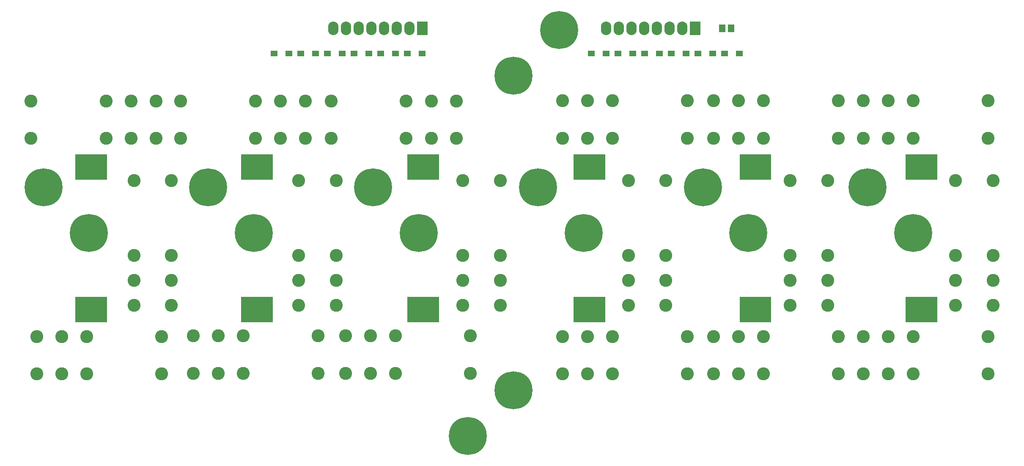
<source format=gbs>
G04 #@! TF.GenerationSoftware,KiCad,Pcbnew,(5.1.10)-1*
G04 #@! TF.CreationDate,2023-09-11T23:26:28+08:00*
G04 #@! TF.ProjectId,AntennaSwitch_6x2_RelayBoard,416e7465-6e6e-4615-9377-697463685f36,rev?*
G04 #@! TF.SameCoordinates,Original*
G04 #@! TF.FileFunction,Soldermask,Bot*
G04 #@! TF.FilePolarity,Negative*
%FSLAX46Y46*%
G04 Gerber Fmt 4.6, Leading zero omitted, Abs format (unit mm)*
G04 Created by KiCad (PCBNEW (5.1.10)-1) date 2023-09-11 23:26:28*
%MOMM*%
%LPD*%
G01*
G04 APERTURE LIST*
%ADD10C,0.100000*%
%ADD11C,2.602000*%
%ADD12O,2.102000X2.702000*%
%ADD13C,0.902000*%
%ADD14C,7.602000*%
G04 APERTURE END LIST*
D10*
G36*
X68500000Y-84250000D02*
G01*
X62250000Y-84250000D01*
X62250000Y-79250000D01*
X68500000Y-79250000D01*
X68500000Y-84250000D01*
G37*
X68500000Y-84250000D02*
X62250000Y-84250000D01*
X62250000Y-79250000D01*
X68500000Y-79250000D01*
X68500000Y-84250000D01*
G36*
X101750000Y-84249999D02*
G01*
X95500000Y-84250000D01*
X95500000Y-79250000D01*
X101750001Y-79250000D01*
X101750000Y-84249999D01*
G37*
X101750000Y-84249999D02*
X95500000Y-84250000D01*
X95500000Y-79250000D01*
X101750001Y-79250000D01*
X101750000Y-84249999D01*
G36*
X135000000Y-84250000D02*
G01*
X128750000Y-84250000D01*
X128750000Y-79250000D01*
X135000000Y-79250000D01*
X135000000Y-84250000D01*
G37*
X135000000Y-84250000D02*
X128750000Y-84250000D01*
X128750000Y-79250000D01*
X135000000Y-79250000D01*
X135000000Y-84250000D01*
G36*
X168250000Y-79250001D02*
G01*
X168250000Y-84249999D01*
X162000000Y-84250000D01*
X162000000Y-79250000D01*
X168250000Y-79250001D01*
G37*
X168250000Y-79250001D02*
X168250000Y-84249999D01*
X162000000Y-84250000D01*
X162000000Y-79250000D01*
X168250000Y-79250001D01*
G36*
X201500000Y-84250000D02*
G01*
X195250001Y-84250000D01*
X195250001Y-79250000D01*
X201500000Y-79250000D01*
X201500000Y-84250000D01*
G37*
X201500000Y-84250000D02*
X195250001Y-84250000D01*
X195250001Y-79250000D01*
X201500000Y-79250000D01*
X201500000Y-84250000D01*
G36*
X68500000Y-112750000D02*
G01*
X62250000Y-112750000D01*
X62250000Y-107750000D01*
X68500000Y-107750000D01*
X68500000Y-112750000D01*
G37*
X68500000Y-112750000D02*
X62250000Y-112750000D01*
X62250000Y-107750000D01*
X68500000Y-107750000D01*
X68500000Y-112750000D01*
G36*
X101750000Y-112750000D02*
G01*
X95500000Y-112750000D01*
X95500000Y-107750000D01*
X101750000Y-107750000D01*
X101750000Y-112750000D01*
G37*
X101750000Y-112750000D02*
X95500000Y-112750000D01*
X95500000Y-107750000D01*
X101750000Y-107750000D01*
X101750000Y-112750000D01*
G36*
X135000000Y-112750000D02*
G01*
X128750000Y-112750000D01*
X128750000Y-107750000D01*
X135000000Y-107750000D01*
X135000000Y-112750000D01*
G37*
X135000000Y-112750000D02*
X128750000Y-112750000D01*
X128750000Y-107750000D01*
X135000000Y-107750000D01*
X135000000Y-112750000D01*
G36*
X168250000Y-112750000D02*
G01*
X162000000Y-112750000D01*
X162000000Y-107750000D01*
X168250000Y-107750000D01*
X168250000Y-112750000D01*
G37*
X168250000Y-112750000D02*
X162000000Y-112750000D01*
X162000000Y-107750000D01*
X168250000Y-107750000D01*
X168250000Y-112750000D01*
G36*
X201500000Y-112750000D02*
G01*
X195250000Y-112750000D01*
X195250000Y-107750000D01*
X201500000Y-107750000D01*
X201500000Y-112750000D01*
G37*
X201500000Y-112750000D02*
X195250000Y-112750000D01*
X195250000Y-107750000D01*
X201500000Y-107750000D01*
X201500000Y-112750000D01*
G36*
X234750000Y-84249999D02*
G01*
X228500000Y-84250000D01*
X228500000Y-79250000D01*
X234749999Y-79250000D01*
X234750000Y-84249999D01*
G37*
X234750000Y-84249999D02*
X228500000Y-84250000D01*
X228500000Y-79250000D01*
X234749999Y-79250000D01*
X234750000Y-84249999D01*
G36*
X68500000Y-112750000D02*
G01*
X62250000Y-112750000D01*
X62250000Y-107750000D01*
X68500000Y-107750000D01*
X68500000Y-112750000D01*
G37*
X68500000Y-112750000D02*
X62250000Y-112750000D01*
X62250000Y-107750000D01*
X68500000Y-107750000D01*
X68500000Y-112750000D01*
G36*
X101750000Y-112750000D02*
G01*
X95500000Y-112750000D01*
X95500000Y-107750000D01*
X101750000Y-107750000D01*
X101750000Y-112750000D01*
G37*
X101750000Y-112750000D02*
X95500000Y-112750000D01*
X95500000Y-107750000D01*
X101750000Y-107750000D01*
X101750000Y-112750000D01*
G36*
X135000000Y-112750000D02*
G01*
X128750000Y-112750000D01*
X128750000Y-107750000D01*
X135000000Y-107750000D01*
X135000000Y-112750000D01*
G37*
X135000000Y-112750000D02*
X128750000Y-112750000D01*
X128750000Y-107750000D01*
X135000000Y-107750000D01*
X135000000Y-112750000D01*
G36*
X168250000Y-112750000D02*
G01*
X162000000Y-112750000D01*
X162000000Y-107750000D01*
X168250000Y-107750000D01*
X168250000Y-112750000D01*
G37*
X168250000Y-112750000D02*
X162000000Y-112750000D01*
X162000000Y-107750000D01*
X168250000Y-107750000D01*
X168250000Y-112750000D01*
G36*
X201500000Y-112750000D02*
G01*
X195250000Y-112750000D01*
X195250000Y-107750000D01*
X201500000Y-107750000D01*
X201500000Y-112750000D01*
G37*
X201500000Y-112750000D02*
X195250000Y-112750000D01*
X195250000Y-107750000D01*
X201500000Y-107750000D01*
X201500000Y-112750000D01*
G36*
X234750000Y-112750000D02*
G01*
X228500000Y-112750000D01*
X228500000Y-107750000D01*
X234750000Y-107750000D01*
X234750000Y-112750000D01*
G37*
X234750000Y-112750000D02*
X228500000Y-112750000D01*
X228500000Y-107750000D01*
X234750000Y-107750000D01*
X234750000Y-112750000D01*
G36*
X68500000Y-84250000D02*
G01*
X62250000Y-84250000D01*
X62250000Y-79250000D01*
X68500000Y-79250000D01*
X68500000Y-84250000D01*
G37*
X68500000Y-84250000D02*
X62250000Y-84250000D01*
X62250000Y-79250000D01*
X68500000Y-79250000D01*
X68500000Y-84250000D01*
G36*
X101750000Y-84249999D02*
G01*
X95500000Y-84250000D01*
X95500000Y-79250000D01*
X101750001Y-79250000D01*
X101750000Y-84249999D01*
G37*
X101750000Y-84249999D02*
X95500000Y-84250000D01*
X95500000Y-79250000D01*
X101750001Y-79250000D01*
X101750000Y-84249999D01*
G36*
X135000000Y-84250000D02*
G01*
X128750000Y-84250000D01*
X128750000Y-79250000D01*
X135000000Y-79250000D01*
X135000000Y-84250000D01*
G37*
X135000000Y-84250000D02*
X128750000Y-84250000D01*
X128750000Y-79250000D01*
X135000000Y-79250000D01*
X135000000Y-84250000D01*
G36*
X168250000Y-79250001D02*
G01*
X168250000Y-84249999D01*
X162000000Y-84250000D01*
X162000000Y-79250000D01*
X168250000Y-79250001D01*
G37*
X168250000Y-79250001D02*
X168250000Y-84249999D01*
X162000000Y-84250000D01*
X162000000Y-79250000D01*
X168250000Y-79250001D01*
G36*
X201500000Y-84250000D02*
G01*
X195250001Y-84250000D01*
X195250001Y-79250000D01*
X201500000Y-79250000D01*
X201500000Y-84250000D01*
G37*
X201500000Y-84250000D02*
X195250001Y-84250000D01*
X195250001Y-79250000D01*
X201500000Y-79250000D01*
X201500000Y-84250000D01*
G36*
X68500000Y-112750000D02*
G01*
X62250000Y-112750000D01*
X62250000Y-107750000D01*
X68500000Y-107750000D01*
X68500000Y-112750000D01*
G37*
X68500000Y-112750000D02*
X62250000Y-112750000D01*
X62250000Y-107750000D01*
X68500000Y-107750000D01*
X68500000Y-112750000D01*
G36*
X101750000Y-112750000D02*
G01*
X95500000Y-112750000D01*
X95500000Y-107750000D01*
X101750000Y-107750000D01*
X101750000Y-112750000D01*
G37*
X101750000Y-112750000D02*
X95500000Y-112750000D01*
X95500000Y-107750000D01*
X101750000Y-107750000D01*
X101750000Y-112750000D01*
G36*
X135000000Y-112750000D02*
G01*
X128750000Y-112750000D01*
X128750000Y-107750000D01*
X135000000Y-107750000D01*
X135000000Y-112750000D01*
G37*
X135000000Y-112750000D02*
X128750000Y-112750000D01*
X128750000Y-107750000D01*
X135000000Y-107750000D01*
X135000000Y-112750000D01*
G36*
X168250000Y-112750000D02*
G01*
X162000000Y-112750000D01*
X162000000Y-107750000D01*
X168250000Y-107750000D01*
X168250000Y-112750000D01*
G37*
X168250000Y-112750000D02*
X162000000Y-112750000D01*
X162000000Y-107750000D01*
X168250000Y-107750000D01*
X168250000Y-112750000D01*
G36*
X201500000Y-112750000D02*
G01*
X195250000Y-112750000D01*
X195250000Y-107750000D01*
X201500000Y-107750000D01*
X201500000Y-112750000D01*
G37*
X201500000Y-112750000D02*
X195250000Y-112750000D01*
X195250000Y-107750000D01*
X201500000Y-107750000D01*
X201500000Y-112750000D01*
G36*
X234750000Y-84249999D02*
G01*
X228500000Y-84250000D01*
X228500000Y-79250000D01*
X234749999Y-79250000D01*
X234750000Y-84249999D01*
G37*
X234750000Y-84249999D02*
X228500000Y-84250000D01*
X228500000Y-79250000D01*
X234749999Y-79250000D01*
X234750000Y-84249999D01*
G36*
X68500000Y-112750000D02*
G01*
X62250000Y-112750000D01*
X62250000Y-107750000D01*
X68500000Y-107750000D01*
X68500000Y-112750000D01*
G37*
X68500000Y-112750000D02*
X62250000Y-112750000D01*
X62250000Y-107750000D01*
X68500000Y-107750000D01*
X68500000Y-112750000D01*
G36*
X101750000Y-112750000D02*
G01*
X95500000Y-112750000D01*
X95500000Y-107750000D01*
X101750000Y-107750000D01*
X101750000Y-112750000D01*
G37*
X101750000Y-112750000D02*
X95500000Y-112750000D01*
X95500000Y-107750000D01*
X101750000Y-107750000D01*
X101750000Y-112750000D01*
G36*
X135000000Y-112750000D02*
G01*
X128750000Y-112750000D01*
X128750000Y-107750000D01*
X135000000Y-107750000D01*
X135000000Y-112750000D01*
G37*
X135000000Y-112750000D02*
X128750000Y-112750000D01*
X128750000Y-107750000D01*
X135000000Y-107750000D01*
X135000000Y-112750000D01*
G36*
X168250000Y-112750000D02*
G01*
X162000000Y-112750000D01*
X162000000Y-107750000D01*
X168250000Y-107750000D01*
X168250000Y-112750000D01*
G37*
X168250000Y-112750000D02*
X162000000Y-112750000D01*
X162000000Y-107750000D01*
X168250000Y-107750000D01*
X168250000Y-112750000D01*
G36*
X201500000Y-112750000D02*
G01*
X195250000Y-112750000D01*
X195250000Y-107750000D01*
X201500000Y-107750000D01*
X201500000Y-112750000D01*
G37*
X201500000Y-112750000D02*
X195250000Y-112750000D01*
X195250000Y-107750000D01*
X201500000Y-107750000D01*
X201500000Y-112750000D01*
G36*
X234750000Y-112750000D02*
G01*
X228500000Y-112750000D01*
X228500000Y-107750000D01*
X234750000Y-107750000D01*
X234750000Y-112750000D01*
G37*
X234750000Y-112750000D02*
X228500000Y-112750000D01*
X228500000Y-107750000D01*
X234750000Y-107750000D01*
X234750000Y-112750000D01*
G36*
G01*
X192880500Y-54735000D02*
X192880500Y-53265000D01*
G75*
G02*
X192931500Y-53214000I51000J0D01*
G01*
X194091500Y-53214000D01*
G75*
G02*
X194142500Y-53265000I0J-51000D01*
G01*
X194142500Y-54735000D01*
G75*
G02*
X194091500Y-54786000I-51000J0D01*
G01*
X192931500Y-54786000D01*
G75*
G02*
X192880500Y-54735000I0J51000D01*
G01*
G37*
G36*
G01*
X191100500Y-54735000D02*
X191100500Y-53265000D01*
G75*
G02*
X191151500Y-53214000I51000J0D01*
G01*
X192311500Y-53214000D01*
G75*
G02*
X192362500Y-53265000I0J-51000D01*
G01*
X192362500Y-54735000D01*
G75*
G02*
X192311500Y-54786000I-51000J0D01*
G01*
X191151500Y-54786000D01*
G75*
G02*
X191100500Y-54735000I0J51000D01*
G01*
G37*
G36*
G01*
X104330000Y-59563000D02*
X104330000Y-58563000D01*
G75*
G02*
X104381000Y-58512000I51000J0D01*
G01*
X105631000Y-58512000D01*
G75*
G02*
X105682000Y-58563000I0J-51000D01*
G01*
X105682000Y-59563000D01*
G75*
G02*
X105631000Y-59614000I-51000J0D01*
G01*
X104381000Y-59614000D01*
G75*
G02*
X104330000Y-59563000I0J51000D01*
G01*
G37*
G36*
G01*
X101380000Y-59563000D02*
X101380000Y-58563000D01*
G75*
G02*
X101431000Y-58512000I51000J0D01*
G01*
X102681000Y-58512000D01*
G75*
G02*
X102732000Y-58563000I0J-51000D01*
G01*
X102732000Y-59563000D01*
G75*
G02*
X102681000Y-59614000I-51000J0D01*
G01*
X101431000Y-59614000D01*
G75*
G02*
X101380000Y-59563000I0J51000D01*
G01*
G37*
G36*
G01*
X109664000Y-59563000D02*
X109664000Y-58563000D01*
G75*
G02*
X109715000Y-58512000I51000J0D01*
G01*
X110965000Y-58512000D01*
G75*
G02*
X111016000Y-58563000I0J-51000D01*
G01*
X111016000Y-59563000D01*
G75*
G02*
X110965000Y-59614000I-51000J0D01*
G01*
X109715000Y-59614000D01*
G75*
G02*
X109664000Y-59563000I0J51000D01*
G01*
G37*
G36*
G01*
X106714000Y-59563000D02*
X106714000Y-58563000D01*
G75*
G02*
X106765000Y-58512000I51000J0D01*
G01*
X108015000Y-58512000D01*
G75*
G02*
X108066000Y-58563000I0J-51000D01*
G01*
X108066000Y-59563000D01*
G75*
G02*
X108015000Y-59614000I-51000J0D01*
G01*
X106765000Y-59614000D01*
G75*
G02*
X106714000Y-59563000I0J51000D01*
G01*
G37*
G36*
G01*
X114997999Y-59563000D02*
X114997999Y-58563000D01*
G75*
G02*
X115048999Y-58512000I51000J0D01*
G01*
X116298999Y-58512000D01*
G75*
G02*
X116349999Y-58563000I0J-51000D01*
G01*
X116349999Y-59563000D01*
G75*
G02*
X116298999Y-59614000I-51000J0D01*
G01*
X115048999Y-59614000D01*
G75*
G02*
X114997999Y-59563000I0J51000D01*
G01*
G37*
G36*
G01*
X112047999Y-59563000D02*
X112047999Y-58563000D01*
G75*
G02*
X112098999Y-58512000I51000J0D01*
G01*
X113348999Y-58512000D01*
G75*
G02*
X113399999Y-58563000I0J-51000D01*
G01*
X113399999Y-59563000D01*
G75*
G02*
X113348999Y-59614000I-51000J0D01*
G01*
X112098999Y-59614000D01*
G75*
G02*
X112047999Y-59563000I0J51000D01*
G01*
G37*
G36*
G01*
X120332000Y-59563000D02*
X120332000Y-58563000D01*
G75*
G02*
X120383000Y-58512000I51000J0D01*
G01*
X121633000Y-58512000D01*
G75*
G02*
X121684000Y-58563000I0J-51000D01*
G01*
X121684000Y-59563000D01*
G75*
G02*
X121633000Y-59614000I-51000J0D01*
G01*
X120383000Y-59614000D01*
G75*
G02*
X120332000Y-59563000I0J51000D01*
G01*
G37*
G36*
G01*
X117382000Y-59563000D02*
X117382000Y-58563000D01*
G75*
G02*
X117433000Y-58512000I51000J0D01*
G01*
X118683000Y-58512000D01*
G75*
G02*
X118734000Y-58563000I0J-51000D01*
G01*
X118734000Y-59563000D01*
G75*
G02*
X118683000Y-59614000I-51000J0D01*
G01*
X117433000Y-59614000D01*
G75*
G02*
X117382000Y-59563000I0J51000D01*
G01*
G37*
G36*
G01*
X125666000Y-59562999D02*
X125666000Y-58562999D01*
G75*
G02*
X125717000Y-58511999I51000J0D01*
G01*
X126967000Y-58511999D01*
G75*
G02*
X127018000Y-58562999I0J-51000D01*
G01*
X127018000Y-59562999D01*
G75*
G02*
X126967000Y-59613999I-51000J0D01*
G01*
X125717000Y-59613999D01*
G75*
G02*
X125666000Y-59562999I0J51000D01*
G01*
G37*
G36*
G01*
X122716000Y-59562999D02*
X122716000Y-58562999D01*
G75*
G02*
X122767000Y-58511999I51000J0D01*
G01*
X124017000Y-58511999D01*
G75*
G02*
X124068000Y-58562999I0J-51000D01*
G01*
X124068000Y-59562999D01*
G75*
G02*
X124017000Y-59613999I-51000J0D01*
G01*
X122767000Y-59613999D01*
G75*
G02*
X122716000Y-59562999I0J51000D01*
G01*
G37*
G36*
G01*
X131000000Y-59563000D02*
X131000000Y-58563000D01*
G75*
G02*
X131051000Y-58512000I51000J0D01*
G01*
X132301000Y-58512000D01*
G75*
G02*
X132352000Y-58563000I0J-51000D01*
G01*
X132352000Y-59563000D01*
G75*
G02*
X132301000Y-59614000I-51000J0D01*
G01*
X131051000Y-59614000D01*
G75*
G02*
X131000000Y-59563000I0J51000D01*
G01*
G37*
G36*
G01*
X128050000Y-59563000D02*
X128050000Y-58563000D01*
G75*
G02*
X128101000Y-58512000I51000J0D01*
G01*
X129351000Y-58512000D01*
G75*
G02*
X129402000Y-58563000I0J-51000D01*
G01*
X129402000Y-59563000D01*
G75*
G02*
X129351000Y-59614000I-51000J0D01*
G01*
X128101000Y-59614000D01*
G75*
G02*
X128050000Y-59563000I0J51000D01*
G01*
G37*
G36*
G01*
X167830000Y-59563000D02*
X167830000Y-58563000D01*
G75*
G02*
X167881000Y-58512000I51000J0D01*
G01*
X169131000Y-58512000D01*
G75*
G02*
X169182000Y-58563000I0J-51000D01*
G01*
X169182000Y-59563000D01*
G75*
G02*
X169131000Y-59614000I-51000J0D01*
G01*
X167881000Y-59614000D01*
G75*
G02*
X167830000Y-59563000I0J51000D01*
G01*
G37*
G36*
G01*
X164880000Y-59563000D02*
X164880000Y-58563000D01*
G75*
G02*
X164931000Y-58512000I51000J0D01*
G01*
X166181000Y-58512000D01*
G75*
G02*
X166232000Y-58563000I0J-51000D01*
G01*
X166232000Y-59563000D01*
G75*
G02*
X166181000Y-59614000I-51000J0D01*
G01*
X164931000Y-59614000D01*
G75*
G02*
X164880000Y-59563000I0J51000D01*
G01*
G37*
G36*
G01*
X173163999Y-59563000D02*
X173163999Y-58563000D01*
G75*
G02*
X173214999Y-58512000I51000J0D01*
G01*
X174464999Y-58512000D01*
G75*
G02*
X174515999Y-58563000I0J-51000D01*
G01*
X174515999Y-59563000D01*
G75*
G02*
X174464999Y-59614000I-51000J0D01*
G01*
X173214999Y-59614000D01*
G75*
G02*
X173163999Y-59563000I0J51000D01*
G01*
G37*
G36*
G01*
X170213999Y-59563000D02*
X170213999Y-58563000D01*
G75*
G02*
X170264999Y-58512000I51000J0D01*
G01*
X171514999Y-58512000D01*
G75*
G02*
X171565999Y-58563000I0J-51000D01*
G01*
X171565999Y-59563000D01*
G75*
G02*
X171514999Y-59614000I-51000J0D01*
G01*
X170264999Y-59614000D01*
G75*
G02*
X170213999Y-59563000I0J51000D01*
G01*
G37*
G36*
G01*
X178498000Y-59563000D02*
X178498000Y-58563000D01*
G75*
G02*
X178549000Y-58512000I51000J0D01*
G01*
X179799000Y-58512000D01*
G75*
G02*
X179850000Y-58563000I0J-51000D01*
G01*
X179850000Y-59563000D01*
G75*
G02*
X179799000Y-59614000I-51000J0D01*
G01*
X178549000Y-59614000D01*
G75*
G02*
X178498000Y-59563000I0J51000D01*
G01*
G37*
G36*
G01*
X175548000Y-59563000D02*
X175548000Y-58563000D01*
G75*
G02*
X175599000Y-58512000I51000J0D01*
G01*
X176849000Y-58512000D01*
G75*
G02*
X176900000Y-58563000I0J-51000D01*
G01*
X176900000Y-59563000D01*
G75*
G02*
X176849000Y-59614000I-51000J0D01*
G01*
X175599000Y-59614000D01*
G75*
G02*
X175548000Y-59563000I0J51000D01*
G01*
G37*
G36*
G01*
X183832000Y-59562999D02*
X183832000Y-58562999D01*
G75*
G02*
X183883000Y-58511999I51000J0D01*
G01*
X185133000Y-58511999D01*
G75*
G02*
X185184000Y-58562999I0J-51000D01*
G01*
X185184000Y-59562999D01*
G75*
G02*
X185133000Y-59613999I-51000J0D01*
G01*
X183883000Y-59613999D01*
G75*
G02*
X183832000Y-59562999I0J51000D01*
G01*
G37*
G36*
G01*
X180882000Y-59562999D02*
X180882000Y-58562999D01*
G75*
G02*
X180933000Y-58511999I51000J0D01*
G01*
X182183000Y-58511999D01*
G75*
G02*
X182234000Y-58562999I0J-51000D01*
G01*
X182234000Y-59562999D01*
G75*
G02*
X182183000Y-59613999I-51000J0D01*
G01*
X180933000Y-59613999D01*
G75*
G02*
X180882000Y-59562999I0J51000D01*
G01*
G37*
G36*
G01*
X189166000Y-59563000D02*
X189166000Y-58563000D01*
G75*
G02*
X189217000Y-58512000I51000J0D01*
G01*
X190467000Y-58512000D01*
G75*
G02*
X190518000Y-58563000I0J-51000D01*
G01*
X190518000Y-59563000D01*
G75*
G02*
X190467000Y-59614000I-51000J0D01*
G01*
X189217000Y-59614000D01*
G75*
G02*
X189166000Y-59563000I0J51000D01*
G01*
G37*
G36*
G01*
X186216000Y-59563000D02*
X186216000Y-58563000D01*
G75*
G02*
X186267000Y-58512000I51000J0D01*
G01*
X187517000Y-58512000D01*
G75*
G02*
X187568000Y-58563000I0J-51000D01*
G01*
X187568000Y-59563000D01*
G75*
G02*
X187517000Y-59614000I-51000J0D01*
G01*
X186267000Y-59614000D01*
G75*
G02*
X186216000Y-59563000I0J51000D01*
G01*
G37*
G36*
G01*
X194500000Y-59563000D02*
X194500000Y-58563000D01*
G75*
G02*
X194551000Y-58512000I51000J0D01*
G01*
X195801000Y-58512000D01*
G75*
G02*
X195852000Y-58563000I0J-51000D01*
G01*
X195852000Y-59563000D01*
G75*
G02*
X195801000Y-59614000I-51000J0D01*
G01*
X194551000Y-59614000D01*
G75*
G02*
X194500000Y-59563000I0J51000D01*
G01*
G37*
G36*
G01*
X191550000Y-59563000D02*
X191550000Y-58563000D01*
G75*
G02*
X191601000Y-58512000I51000J0D01*
G01*
X192851000Y-58512000D01*
G75*
G02*
X192902000Y-58563000I0J-51000D01*
G01*
X192902000Y-59563000D01*
G75*
G02*
X192851000Y-59614000I-51000J0D01*
G01*
X191601000Y-59614000D01*
G75*
G02*
X191550000Y-59563000I0J51000D01*
G01*
G37*
D11*
X78420000Y-68554000D03*
X73420000Y-68554000D03*
X68420000Y-68554000D03*
X78420000Y-76054000D03*
X73420000Y-76054000D03*
X68420000Y-76054000D03*
X53420000Y-68554000D03*
X53420000Y-76054000D03*
X108340000Y-68554000D03*
X103340000Y-68554000D03*
X98340000Y-68554000D03*
X108340000Y-76054000D03*
X103340000Y-76054000D03*
X98340000Y-76054000D03*
X83340000Y-68554000D03*
X83340000Y-76054000D03*
X138520000Y-68554000D03*
X133520000Y-68554000D03*
X128520000Y-68554000D03*
X138520000Y-76054000D03*
X133520000Y-76054000D03*
X128520000Y-76054000D03*
X113520000Y-68554000D03*
X113520000Y-76054000D03*
X159811000Y-76000000D03*
X164811000Y-76000000D03*
X169811000Y-76000000D03*
X159811000Y-68500000D03*
X164811000Y-68500000D03*
X169811000Y-68500000D03*
X184811000Y-76000000D03*
X184811000Y-68500000D03*
X190037000Y-76000001D03*
X195037000Y-76000001D03*
X200037000Y-76000001D03*
X190037000Y-68500001D03*
X195037000Y-68500001D03*
X200037000Y-68500001D03*
X215037000Y-76000001D03*
X215037000Y-68500001D03*
X220009000Y-76000000D03*
X225009000Y-76000000D03*
X230009000Y-76000000D03*
X220009000Y-68500000D03*
X225009000Y-68500000D03*
X230009000Y-68500000D03*
X245009000Y-76000000D03*
X245009000Y-68500000D03*
X81500000Y-109500000D03*
X81500000Y-104500000D03*
X81500000Y-99500000D03*
X74000000Y-109500000D03*
X74000000Y-104500000D03*
X74000000Y-99500000D03*
X81500000Y-84500000D03*
X74000000Y-84500000D03*
X114500000Y-109500000D03*
X114500000Y-104500000D03*
X114500000Y-99500000D03*
X107000000Y-109500000D03*
X107000000Y-104500000D03*
X107000000Y-99500000D03*
X114500000Y-84500000D03*
X107000000Y-84500000D03*
X147353000Y-109500000D03*
X147353000Y-104500000D03*
X147353000Y-99500000D03*
X139853000Y-109500000D03*
X139853000Y-104500000D03*
X139853000Y-99500000D03*
X147353000Y-84500000D03*
X139853000Y-84500000D03*
X180500000Y-109500000D03*
X180500000Y-104500000D03*
X180500000Y-99500000D03*
X173000000Y-109500000D03*
X173000000Y-104500000D03*
X173000000Y-99500000D03*
X180500000Y-84500000D03*
X173000000Y-84500000D03*
X212885000Y-109500000D03*
X212885000Y-104500000D03*
X212885000Y-99500000D03*
X205385000Y-109500000D03*
X205385000Y-104500000D03*
X205385000Y-99500000D03*
X212885000Y-84500000D03*
X205385000Y-84500000D03*
X246000000Y-109500001D03*
X246000000Y-104500001D03*
X246000000Y-99500001D03*
X238500000Y-109500001D03*
X238500000Y-104500001D03*
X238500000Y-99500001D03*
X246000000Y-84500001D03*
X238500000Y-84500001D03*
X54528000Y-123213000D03*
X59528000Y-123213000D03*
X64528000Y-123213000D03*
X54528000Y-115713000D03*
X59528000Y-115713000D03*
X64528000Y-115713000D03*
X79528000Y-123213000D03*
X79528000Y-115713000D03*
X85897000Y-123086000D03*
X90897000Y-123086000D03*
X95897000Y-123086000D03*
X85897000Y-115586000D03*
X90897000Y-115586000D03*
X95897000Y-115586000D03*
X110897000Y-123086000D03*
X110897000Y-115586000D03*
X116377000Y-123086000D03*
X121377000Y-123086000D03*
X126377000Y-123086000D03*
X116377000Y-115586000D03*
X121377000Y-115586000D03*
X126377000Y-115586000D03*
X141377000Y-123086000D03*
X141377000Y-115586000D03*
X159811000Y-123213001D03*
X164811000Y-123213001D03*
X169811000Y-123213001D03*
X159811000Y-115713001D03*
X164811000Y-115713001D03*
X169811000Y-115713001D03*
X184811000Y-123213001D03*
X184811000Y-115713001D03*
X190037000Y-123213000D03*
X195037000Y-123213000D03*
X200037000Y-123213000D03*
X190037000Y-115713000D03*
X195037000Y-115713000D03*
X200037000Y-115713000D03*
X215037000Y-123213000D03*
X215037000Y-115713000D03*
X220009000Y-123213001D03*
X225009000Y-123213001D03*
X230009000Y-123213001D03*
X220009000Y-115713001D03*
X225009000Y-115713001D03*
X230009000Y-115713001D03*
X245009000Y-123213001D03*
X245009000Y-115713001D03*
G36*
G01*
X132776000Y-52683000D02*
X132776000Y-55283000D01*
G75*
G02*
X132725000Y-55334000I-51000J0D01*
G01*
X130725000Y-55334000D01*
G75*
G02*
X130674000Y-55283000I0J51000D01*
G01*
X130674000Y-52683000D01*
G75*
G02*
X130725000Y-52632000I51000J0D01*
G01*
X132725000Y-52632000D01*
G75*
G02*
X132776000Y-52683000I0J-51000D01*
G01*
G37*
D12*
X129185000Y-53983000D03*
X126645000Y-53983000D03*
X124105000Y-53983000D03*
X121565000Y-53983000D03*
X119025000Y-53983000D03*
X116485000Y-53983000D03*
X113945000Y-53983000D03*
G36*
G01*
X187386001Y-52683000D02*
X187386001Y-55283000D01*
G75*
G02*
X187335001Y-55334000I-51000J0D01*
G01*
X185335001Y-55334000D01*
G75*
G02*
X185284001Y-55283000I0J51000D01*
G01*
X185284001Y-52683000D01*
G75*
G02*
X185335001Y-52632000I51000J0D01*
G01*
X187335001Y-52632000D01*
G75*
G02*
X187386001Y-52683000I0J-51000D01*
G01*
G37*
X183795001Y-53983000D03*
X181255001Y-53983000D03*
X178715001Y-53983000D03*
X176175001Y-53983000D03*
X173635001Y-53983000D03*
X171095001Y-53983000D03*
X168555001Y-53983000D03*
D13*
X161501570Y-53005000D03*
X161501570Y-55755000D03*
X159120000Y-57130000D03*
X156738430Y-55755000D03*
X156738430Y-53005000D03*
X159120000Y-51630000D03*
D14*
X159120000Y-54380000D03*
X150000000Y-63500000D03*
D13*
X54505000Y-83498430D03*
X57255000Y-83498430D03*
X58630000Y-85880000D03*
X57255000Y-88261570D03*
X54505000Y-88261570D03*
X53130000Y-85880000D03*
D14*
X55880000Y-85880000D03*
X65000000Y-95000000D03*
D13*
X87505000Y-83498430D03*
X90255000Y-83498430D03*
X91630000Y-85880000D03*
X90255000Y-88261570D03*
X87505000Y-88261570D03*
X86130000Y-85880000D03*
D14*
X88880000Y-85880000D03*
X98000000Y-95000000D03*
D13*
X120505000Y-83498430D03*
X123255000Y-83498430D03*
X124630000Y-85880000D03*
X123255000Y-88261570D03*
X120505000Y-88261570D03*
X119130000Y-85880000D03*
D14*
X121880000Y-85880000D03*
X131000000Y-95000000D03*
D13*
X153505000Y-83498430D03*
X156255000Y-83498430D03*
X157630000Y-85880000D03*
X156255000Y-88261570D03*
X153505000Y-88261570D03*
X152130000Y-85880000D03*
D14*
X154880000Y-85880000D03*
X164000000Y-95000000D03*
D13*
X186505000Y-83498430D03*
X189255000Y-83498430D03*
X190630000Y-85880000D03*
X189255000Y-88261570D03*
X186505000Y-88261570D03*
X185130000Y-85880000D03*
D14*
X187880000Y-85880000D03*
X197000000Y-95000000D03*
D13*
X219505000Y-83498430D03*
X222255000Y-83498430D03*
X223630000Y-85880000D03*
X222255000Y-88261570D03*
X219505000Y-88261570D03*
X218130000Y-85880000D03*
D14*
X220880000Y-85880000D03*
X230000000Y-95000000D03*
D13*
X138498430Y-136995000D03*
X138498430Y-134245000D03*
X140880000Y-132870000D03*
X143261570Y-134245000D03*
X143261570Y-136995000D03*
X140880000Y-138370000D03*
D14*
X140880000Y-135620000D03*
X150000000Y-126500000D03*
M02*

</source>
